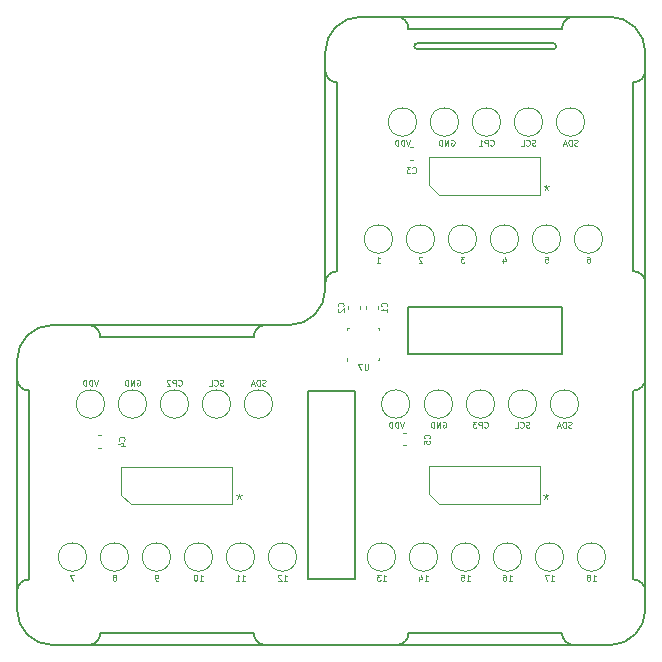
<source format=gbr>
%TF.GenerationSoftware,KiCad,Pcbnew,(5.1.10)-1*%
%TF.CreationDate,2023-09-05T19:57:07-05:00*%
%TF.ProjectId,perovskite_contact_board,7065726f-7673-46b6-9974-655f636f6e74,V3*%
%TF.SameCoordinates,Original*%
%TF.FileFunction,Legend,Bot*%
%TF.FilePolarity,Positive*%
%FSLAX46Y46*%
G04 Gerber Fmt 4.6, Leading zero omitted, Abs format (unit mm)*
G04 Created by KiCad (PCBNEW (5.1.10)-1) date 2023-09-05 19:57:07*
%MOMM*%
%LPD*%
G01*
G04 APERTURE LIST*
%ADD10C,0.100000*%
%ADD11C,0.200000*%
%ADD12C,0.120000*%
G04 APERTURE END LIST*
D10*
X142113000Y-111212380D02*
X142113000Y-111450476D01*
X142351095Y-111355238D02*
X142113000Y-111450476D01*
X141874904Y-111355238D01*
X142255857Y-111640952D02*
X142113000Y-111450476D01*
X141970142Y-111640952D01*
X168084500Y-111212380D02*
X168084500Y-111450476D01*
X168322595Y-111355238D02*
X168084500Y-111450476D01*
X167846404Y-111355238D01*
X168227357Y-111640952D02*
X168084500Y-111450476D01*
X167941642Y-111640952D01*
X168148000Y-85050380D02*
X168148000Y-85288476D01*
X168386095Y-85193238D02*
X168148000Y-85288476D01*
X167909904Y-85193238D01*
X168290857Y-85478952D02*
X168148000Y-85288476D01*
X168005142Y-85478952D01*
X133476952Y-101604000D02*
X133524571Y-101580190D01*
X133596000Y-101580190D01*
X133667428Y-101604000D01*
X133715047Y-101651619D01*
X133738857Y-101699238D01*
X133762666Y-101794476D01*
X133762666Y-101865904D01*
X133738857Y-101961142D01*
X133715047Y-102008761D01*
X133667428Y-102056380D01*
X133596000Y-102080190D01*
X133548380Y-102080190D01*
X133476952Y-102056380D01*
X133453142Y-102032571D01*
X133453142Y-101865904D01*
X133548380Y-101865904D01*
X133238857Y-102080190D02*
X133238857Y-101580190D01*
X132953142Y-102080190D01*
X132953142Y-101580190D01*
X132715047Y-102080190D02*
X132715047Y-101580190D01*
X132596000Y-101580190D01*
X132524571Y-101604000D01*
X132476952Y-101651619D01*
X132453142Y-101699238D01*
X132429333Y-101794476D01*
X132429333Y-101865904D01*
X132453142Y-101961142D01*
X132476952Y-102008761D01*
X132524571Y-102056380D01*
X132596000Y-102080190D01*
X132715047Y-102080190D01*
X130206666Y-101580190D02*
X130040000Y-102080190D01*
X129873333Y-101580190D01*
X129706666Y-102080190D02*
X129706666Y-101580190D01*
X129587619Y-101580190D01*
X129516190Y-101604000D01*
X129468571Y-101651619D01*
X129444761Y-101699238D01*
X129420952Y-101794476D01*
X129420952Y-101865904D01*
X129444761Y-101961142D01*
X129468571Y-102008761D01*
X129516190Y-102056380D01*
X129587619Y-102080190D01*
X129706666Y-102080190D01*
X129206666Y-102080190D02*
X129206666Y-101580190D01*
X129087619Y-101580190D01*
X129016190Y-101604000D01*
X128968571Y-101651619D01*
X128944761Y-101699238D01*
X128920952Y-101794476D01*
X128920952Y-101865904D01*
X128944761Y-101961142D01*
X128968571Y-102008761D01*
X129016190Y-102056380D01*
X129087619Y-102080190D01*
X129206666Y-102080190D01*
X159384952Y-105160000D02*
X159432571Y-105136190D01*
X159504000Y-105136190D01*
X159575428Y-105160000D01*
X159623047Y-105207619D01*
X159646857Y-105255238D01*
X159670666Y-105350476D01*
X159670666Y-105421904D01*
X159646857Y-105517142D01*
X159623047Y-105564761D01*
X159575428Y-105612380D01*
X159504000Y-105636190D01*
X159456380Y-105636190D01*
X159384952Y-105612380D01*
X159361142Y-105588571D01*
X159361142Y-105421904D01*
X159456380Y-105421904D01*
X159146857Y-105636190D02*
X159146857Y-105136190D01*
X158861142Y-105636190D01*
X158861142Y-105136190D01*
X158623047Y-105636190D02*
X158623047Y-105136190D01*
X158504000Y-105136190D01*
X158432571Y-105160000D01*
X158384952Y-105207619D01*
X158361142Y-105255238D01*
X158337333Y-105350476D01*
X158337333Y-105421904D01*
X158361142Y-105517142D01*
X158384952Y-105564761D01*
X158432571Y-105612380D01*
X158504000Y-105636190D01*
X158623047Y-105636190D01*
X156114666Y-105136190D02*
X155948000Y-105636190D01*
X155781333Y-105136190D01*
X155614666Y-105636190D02*
X155614666Y-105136190D01*
X155495619Y-105136190D01*
X155424190Y-105160000D01*
X155376571Y-105207619D01*
X155352761Y-105255238D01*
X155328952Y-105350476D01*
X155328952Y-105421904D01*
X155352761Y-105517142D01*
X155376571Y-105564761D01*
X155424190Y-105612380D01*
X155495619Y-105636190D01*
X155614666Y-105636190D01*
X155114666Y-105636190D02*
X155114666Y-105136190D01*
X154995619Y-105136190D01*
X154924190Y-105160000D01*
X154876571Y-105207619D01*
X154852761Y-105255238D01*
X154828952Y-105350476D01*
X154828952Y-105421904D01*
X154852761Y-105517142D01*
X154876571Y-105564761D01*
X154924190Y-105612380D01*
X154995619Y-105636190D01*
X155114666Y-105636190D01*
X140803238Y-102056380D02*
X140731809Y-102080190D01*
X140612761Y-102080190D01*
X140565142Y-102056380D01*
X140541333Y-102032571D01*
X140517523Y-101984952D01*
X140517523Y-101937333D01*
X140541333Y-101889714D01*
X140565142Y-101865904D01*
X140612761Y-101842095D01*
X140708000Y-101818285D01*
X140755619Y-101794476D01*
X140779428Y-101770666D01*
X140803238Y-101723047D01*
X140803238Y-101675428D01*
X140779428Y-101627809D01*
X140755619Y-101604000D01*
X140708000Y-101580190D01*
X140588952Y-101580190D01*
X140517523Y-101604000D01*
X140017523Y-102032571D02*
X140041333Y-102056380D01*
X140112761Y-102080190D01*
X140160380Y-102080190D01*
X140231809Y-102056380D01*
X140279428Y-102008761D01*
X140303238Y-101961142D01*
X140327047Y-101865904D01*
X140327047Y-101794476D01*
X140303238Y-101699238D01*
X140279428Y-101651619D01*
X140231809Y-101604000D01*
X140160380Y-101580190D01*
X140112761Y-101580190D01*
X140041333Y-101604000D01*
X140017523Y-101627809D01*
X139565142Y-102080190D02*
X139803238Y-102080190D01*
X139803238Y-101580190D01*
X144371142Y-102056380D02*
X144299714Y-102080190D01*
X144180666Y-102080190D01*
X144133047Y-102056380D01*
X144109238Y-102032571D01*
X144085428Y-101984952D01*
X144085428Y-101937333D01*
X144109238Y-101889714D01*
X144133047Y-101865904D01*
X144180666Y-101842095D01*
X144275904Y-101818285D01*
X144323523Y-101794476D01*
X144347333Y-101770666D01*
X144371142Y-101723047D01*
X144371142Y-101675428D01*
X144347333Y-101627809D01*
X144323523Y-101604000D01*
X144275904Y-101580190D01*
X144156857Y-101580190D01*
X144085428Y-101604000D01*
X143871142Y-102080190D02*
X143871142Y-101580190D01*
X143752095Y-101580190D01*
X143680666Y-101604000D01*
X143633047Y-101651619D01*
X143609238Y-101699238D01*
X143585428Y-101794476D01*
X143585428Y-101865904D01*
X143609238Y-101961142D01*
X143633047Y-102008761D01*
X143680666Y-102056380D01*
X143752095Y-102080190D01*
X143871142Y-102080190D01*
X143394952Y-101937333D02*
X143156857Y-101937333D01*
X143442571Y-102080190D02*
X143275904Y-101580190D01*
X143109238Y-102080190D01*
X166711238Y-105612380D02*
X166639809Y-105636190D01*
X166520761Y-105636190D01*
X166473142Y-105612380D01*
X166449333Y-105588571D01*
X166425523Y-105540952D01*
X166425523Y-105493333D01*
X166449333Y-105445714D01*
X166473142Y-105421904D01*
X166520761Y-105398095D01*
X166616000Y-105374285D01*
X166663619Y-105350476D01*
X166687428Y-105326666D01*
X166711238Y-105279047D01*
X166711238Y-105231428D01*
X166687428Y-105183809D01*
X166663619Y-105160000D01*
X166616000Y-105136190D01*
X166496952Y-105136190D01*
X166425523Y-105160000D01*
X165925523Y-105588571D02*
X165949333Y-105612380D01*
X166020761Y-105636190D01*
X166068380Y-105636190D01*
X166139809Y-105612380D01*
X166187428Y-105564761D01*
X166211238Y-105517142D01*
X166235047Y-105421904D01*
X166235047Y-105350476D01*
X166211238Y-105255238D01*
X166187428Y-105207619D01*
X166139809Y-105160000D01*
X166068380Y-105136190D01*
X166020761Y-105136190D01*
X165949333Y-105160000D01*
X165925523Y-105183809D01*
X165473142Y-105636190D02*
X165711238Y-105636190D01*
X165711238Y-105136190D01*
X170279142Y-105612380D02*
X170207714Y-105636190D01*
X170088666Y-105636190D01*
X170041047Y-105612380D01*
X170017238Y-105588571D01*
X169993428Y-105540952D01*
X169993428Y-105493333D01*
X170017238Y-105445714D01*
X170041047Y-105421904D01*
X170088666Y-105398095D01*
X170183904Y-105374285D01*
X170231523Y-105350476D01*
X170255333Y-105326666D01*
X170279142Y-105279047D01*
X170279142Y-105231428D01*
X170255333Y-105183809D01*
X170231523Y-105160000D01*
X170183904Y-105136190D01*
X170064857Y-105136190D01*
X169993428Y-105160000D01*
X169779142Y-105636190D02*
X169779142Y-105136190D01*
X169660095Y-105136190D01*
X169588666Y-105160000D01*
X169541047Y-105207619D01*
X169517238Y-105255238D01*
X169493428Y-105350476D01*
X169493428Y-105421904D01*
X169517238Y-105517142D01*
X169541047Y-105564761D01*
X169588666Y-105612380D01*
X169660095Y-105636190D01*
X169779142Y-105636190D01*
X169302952Y-105493333D02*
X169064857Y-105493333D01*
X169350571Y-105636190D02*
X169183904Y-105136190D01*
X169017238Y-105636190D01*
X128182666Y-118090190D02*
X127849333Y-118090190D01*
X128063619Y-118590190D01*
X131619619Y-118304476D02*
X131667238Y-118280666D01*
X131691047Y-118256857D01*
X131714857Y-118209238D01*
X131714857Y-118185428D01*
X131691047Y-118137809D01*
X131667238Y-118114000D01*
X131619619Y-118090190D01*
X131524380Y-118090190D01*
X131476761Y-118114000D01*
X131452952Y-118137809D01*
X131429142Y-118185428D01*
X131429142Y-118209238D01*
X131452952Y-118256857D01*
X131476761Y-118280666D01*
X131524380Y-118304476D01*
X131619619Y-118304476D01*
X131667238Y-118328285D01*
X131691047Y-118352095D01*
X131714857Y-118399714D01*
X131714857Y-118494952D01*
X131691047Y-118542571D01*
X131667238Y-118566380D01*
X131619619Y-118590190D01*
X131524380Y-118590190D01*
X131476761Y-118566380D01*
X131452952Y-118542571D01*
X131429142Y-118494952D01*
X131429142Y-118399714D01*
X131452952Y-118352095D01*
X131476761Y-118328285D01*
X131524380Y-118304476D01*
X135223238Y-118590190D02*
X135128000Y-118590190D01*
X135080380Y-118566380D01*
X135056571Y-118542571D01*
X135008952Y-118471142D01*
X134985142Y-118375904D01*
X134985142Y-118185428D01*
X135008952Y-118137809D01*
X135032761Y-118114000D01*
X135080380Y-118090190D01*
X135175619Y-118090190D01*
X135223238Y-118114000D01*
X135247047Y-118137809D01*
X135270857Y-118185428D01*
X135270857Y-118304476D01*
X135247047Y-118352095D01*
X135223238Y-118375904D01*
X135175619Y-118399714D01*
X135080380Y-118399714D01*
X135032761Y-118375904D01*
X135008952Y-118352095D01*
X134985142Y-118304476D01*
X136985333Y-102032571D02*
X137009142Y-102056380D01*
X137080571Y-102080190D01*
X137128190Y-102080190D01*
X137199619Y-102056380D01*
X137247238Y-102008761D01*
X137271047Y-101961142D01*
X137294857Y-101865904D01*
X137294857Y-101794476D01*
X137271047Y-101699238D01*
X137247238Y-101651619D01*
X137199619Y-101604000D01*
X137128190Y-101580190D01*
X137080571Y-101580190D01*
X137009142Y-101604000D01*
X136985333Y-101627809D01*
X136771047Y-102080190D02*
X136771047Y-101580190D01*
X136580571Y-101580190D01*
X136532952Y-101604000D01*
X136509142Y-101627809D01*
X136485333Y-101675428D01*
X136485333Y-101746857D01*
X136509142Y-101794476D01*
X136532952Y-101818285D01*
X136580571Y-101842095D01*
X136771047Y-101842095D01*
X136294857Y-101627809D02*
X136271047Y-101604000D01*
X136223428Y-101580190D01*
X136104380Y-101580190D01*
X136056761Y-101604000D01*
X136032952Y-101627809D01*
X136009142Y-101675428D01*
X136009142Y-101723047D01*
X136032952Y-101794476D01*
X136318666Y-102080190D01*
X136009142Y-102080190D01*
X145891238Y-118590190D02*
X146176952Y-118590190D01*
X146034095Y-118590190D02*
X146034095Y-118090190D01*
X146081714Y-118161619D01*
X146129333Y-118209238D01*
X146176952Y-118233047D01*
X145700761Y-118137809D02*
X145676952Y-118114000D01*
X145629333Y-118090190D01*
X145510285Y-118090190D01*
X145462666Y-118114000D01*
X145438857Y-118137809D01*
X145415047Y-118185428D01*
X145415047Y-118233047D01*
X145438857Y-118304476D01*
X145724571Y-118590190D01*
X145415047Y-118590190D01*
X142335238Y-118590190D02*
X142620952Y-118590190D01*
X142478095Y-118590190D02*
X142478095Y-118090190D01*
X142525714Y-118161619D01*
X142573333Y-118209238D01*
X142620952Y-118233047D01*
X141859047Y-118590190D02*
X142144761Y-118590190D01*
X142001904Y-118590190D02*
X142001904Y-118090190D01*
X142049523Y-118161619D01*
X142097142Y-118209238D01*
X142144761Y-118233047D01*
X138779238Y-118590190D02*
X139064952Y-118590190D01*
X138922095Y-118590190D02*
X138922095Y-118090190D01*
X138969714Y-118161619D01*
X139017333Y-118209238D01*
X139064952Y-118233047D01*
X138469714Y-118090190D02*
X138422095Y-118090190D01*
X138374476Y-118114000D01*
X138350666Y-118137809D01*
X138326857Y-118185428D01*
X138303047Y-118280666D01*
X138303047Y-118399714D01*
X138326857Y-118494952D01*
X138350666Y-118542571D01*
X138374476Y-118566380D01*
X138422095Y-118590190D01*
X138469714Y-118590190D01*
X138517333Y-118566380D01*
X138541142Y-118542571D01*
X138564952Y-118494952D01*
X138588761Y-118399714D01*
X138588761Y-118280666D01*
X138564952Y-118185428D01*
X138541142Y-118137809D01*
X138517333Y-118114000D01*
X138469714Y-118090190D01*
X172053238Y-118590190D02*
X172338952Y-118590190D01*
X172196095Y-118590190D02*
X172196095Y-118090190D01*
X172243714Y-118161619D01*
X172291333Y-118209238D01*
X172338952Y-118233047D01*
X171767523Y-118304476D02*
X171815142Y-118280666D01*
X171838952Y-118256857D01*
X171862761Y-118209238D01*
X171862761Y-118185428D01*
X171838952Y-118137809D01*
X171815142Y-118114000D01*
X171767523Y-118090190D01*
X171672285Y-118090190D01*
X171624666Y-118114000D01*
X171600857Y-118137809D01*
X171577047Y-118185428D01*
X171577047Y-118209238D01*
X171600857Y-118256857D01*
X171624666Y-118280666D01*
X171672285Y-118304476D01*
X171767523Y-118304476D01*
X171815142Y-118328285D01*
X171838952Y-118352095D01*
X171862761Y-118399714D01*
X171862761Y-118494952D01*
X171838952Y-118542571D01*
X171815142Y-118566380D01*
X171767523Y-118590190D01*
X171672285Y-118590190D01*
X171624666Y-118566380D01*
X171600857Y-118542571D01*
X171577047Y-118494952D01*
X171577047Y-118399714D01*
X171600857Y-118352095D01*
X171624666Y-118328285D01*
X171672285Y-118304476D01*
X168497238Y-118590190D02*
X168782952Y-118590190D01*
X168640095Y-118590190D02*
X168640095Y-118090190D01*
X168687714Y-118161619D01*
X168735333Y-118209238D01*
X168782952Y-118233047D01*
X168330571Y-118090190D02*
X167997238Y-118090190D01*
X168211523Y-118590190D01*
X164941238Y-118590190D02*
X165226952Y-118590190D01*
X165084095Y-118590190D02*
X165084095Y-118090190D01*
X165131714Y-118161619D01*
X165179333Y-118209238D01*
X165226952Y-118233047D01*
X164512666Y-118090190D02*
X164607904Y-118090190D01*
X164655523Y-118114000D01*
X164679333Y-118137809D01*
X164726952Y-118209238D01*
X164750761Y-118304476D01*
X164750761Y-118494952D01*
X164726952Y-118542571D01*
X164703142Y-118566380D01*
X164655523Y-118590190D01*
X164560285Y-118590190D01*
X164512666Y-118566380D01*
X164488857Y-118542571D01*
X164465047Y-118494952D01*
X164465047Y-118375904D01*
X164488857Y-118328285D01*
X164512666Y-118304476D01*
X164560285Y-118280666D01*
X164655523Y-118280666D01*
X164703142Y-118304476D01*
X164726952Y-118328285D01*
X164750761Y-118375904D01*
X162893333Y-105588571D02*
X162917142Y-105612380D01*
X162988571Y-105636190D01*
X163036190Y-105636190D01*
X163107619Y-105612380D01*
X163155238Y-105564761D01*
X163179047Y-105517142D01*
X163202857Y-105421904D01*
X163202857Y-105350476D01*
X163179047Y-105255238D01*
X163155238Y-105207619D01*
X163107619Y-105160000D01*
X163036190Y-105136190D01*
X162988571Y-105136190D01*
X162917142Y-105160000D01*
X162893333Y-105183809D01*
X162679047Y-105636190D02*
X162679047Y-105136190D01*
X162488571Y-105136190D01*
X162440952Y-105160000D01*
X162417142Y-105183809D01*
X162393333Y-105231428D01*
X162393333Y-105302857D01*
X162417142Y-105350476D01*
X162440952Y-105374285D01*
X162488571Y-105398095D01*
X162679047Y-105398095D01*
X162226666Y-105136190D02*
X161917142Y-105136190D01*
X162083809Y-105326666D01*
X162012380Y-105326666D01*
X161964761Y-105350476D01*
X161940952Y-105374285D01*
X161917142Y-105421904D01*
X161917142Y-105540952D01*
X161940952Y-105588571D01*
X161964761Y-105612380D01*
X162012380Y-105636190D01*
X162155238Y-105636190D01*
X162202857Y-105612380D01*
X162226666Y-105588571D01*
X156622666Y-81260190D02*
X156456000Y-81760190D01*
X156289333Y-81260190D01*
X156122666Y-81760190D02*
X156122666Y-81260190D01*
X156003619Y-81260190D01*
X155932190Y-81284000D01*
X155884571Y-81331619D01*
X155860761Y-81379238D01*
X155836952Y-81474476D01*
X155836952Y-81545904D01*
X155860761Y-81641142D01*
X155884571Y-81688761D01*
X155932190Y-81736380D01*
X156003619Y-81760190D01*
X156122666Y-81760190D01*
X155622666Y-81760190D02*
X155622666Y-81260190D01*
X155503619Y-81260190D01*
X155432190Y-81284000D01*
X155384571Y-81331619D01*
X155360761Y-81379238D01*
X155336952Y-81474476D01*
X155336952Y-81545904D01*
X155360761Y-81641142D01*
X155384571Y-81688761D01*
X155432190Y-81736380D01*
X155503619Y-81760190D01*
X155622666Y-81760190D01*
X170787142Y-81736380D02*
X170715714Y-81760190D01*
X170596666Y-81760190D01*
X170549047Y-81736380D01*
X170525238Y-81712571D01*
X170501428Y-81664952D01*
X170501428Y-81617333D01*
X170525238Y-81569714D01*
X170549047Y-81545904D01*
X170596666Y-81522095D01*
X170691904Y-81498285D01*
X170739523Y-81474476D01*
X170763333Y-81450666D01*
X170787142Y-81403047D01*
X170787142Y-81355428D01*
X170763333Y-81307809D01*
X170739523Y-81284000D01*
X170691904Y-81260190D01*
X170572857Y-81260190D01*
X170501428Y-81284000D01*
X170287142Y-81760190D02*
X170287142Y-81260190D01*
X170168095Y-81260190D01*
X170096666Y-81284000D01*
X170049047Y-81331619D01*
X170025238Y-81379238D01*
X170001428Y-81474476D01*
X170001428Y-81545904D01*
X170025238Y-81641142D01*
X170049047Y-81688761D01*
X170096666Y-81736380D01*
X170168095Y-81760190D01*
X170287142Y-81760190D01*
X169810952Y-81617333D02*
X169572857Y-81617333D01*
X169858571Y-81760190D02*
X169691904Y-81260190D01*
X169525238Y-81760190D01*
X167219238Y-81736380D02*
X167147809Y-81760190D01*
X167028761Y-81760190D01*
X166981142Y-81736380D01*
X166957333Y-81712571D01*
X166933523Y-81664952D01*
X166933523Y-81617333D01*
X166957333Y-81569714D01*
X166981142Y-81545904D01*
X167028761Y-81522095D01*
X167124000Y-81498285D01*
X167171619Y-81474476D01*
X167195428Y-81450666D01*
X167219238Y-81403047D01*
X167219238Y-81355428D01*
X167195428Y-81307809D01*
X167171619Y-81284000D01*
X167124000Y-81260190D01*
X167004952Y-81260190D01*
X166933523Y-81284000D01*
X166433523Y-81712571D02*
X166457333Y-81736380D01*
X166528761Y-81760190D01*
X166576380Y-81760190D01*
X166647809Y-81736380D01*
X166695428Y-81688761D01*
X166719238Y-81641142D01*
X166743047Y-81545904D01*
X166743047Y-81474476D01*
X166719238Y-81379238D01*
X166695428Y-81331619D01*
X166647809Y-81284000D01*
X166576380Y-81260190D01*
X166528761Y-81260190D01*
X166457333Y-81284000D01*
X166433523Y-81307809D01*
X165981142Y-81760190D02*
X166219238Y-81760190D01*
X166219238Y-81260190D01*
X154273238Y-118590190D02*
X154558952Y-118590190D01*
X154416095Y-118590190D02*
X154416095Y-118090190D01*
X154463714Y-118161619D01*
X154511333Y-118209238D01*
X154558952Y-118233047D01*
X154106571Y-118090190D02*
X153797047Y-118090190D01*
X153963714Y-118280666D01*
X153892285Y-118280666D01*
X153844666Y-118304476D01*
X153820857Y-118328285D01*
X153797047Y-118375904D01*
X153797047Y-118494952D01*
X153820857Y-118542571D01*
X153844666Y-118566380D01*
X153892285Y-118590190D01*
X154035142Y-118590190D01*
X154082761Y-118566380D01*
X154106571Y-118542571D01*
X157829238Y-118590190D02*
X158114952Y-118590190D01*
X157972095Y-118590190D02*
X157972095Y-118090190D01*
X158019714Y-118161619D01*
X158067333Y-118209238D01*
X158114952Y-118233047D01*
X157400666Y-118256857D02*
X157400666Y-118590190D01*
X157519714Y-118066380D02*
X157638761Y-118423523D01*
X157329238Y-118423523D01*
X161385238Y-118590190D02*
X161670952Y-118590190D01*
X161528095Y-118590190D02*
X161528095Y-118090190D01*
X161575714Y-118161619D01*
X161623333Y-118209238D01*
X161670952Y-118233047D01*
X160932857Y-118090190D02*
X161170952Y-118090190D01*
X161194761Y-118328285D01*
X161170952Y-118304476D01*
X161123333Y-118280666D01*
X161004285Y-118280666D01*
X160956666Y-118304476D01*
X160932857Y-118328285D01*
X160909047Y-118375904D01*
X160909047Y-118494952D01*
X160932857Y-118542571D01*
X160956666Y-118566380D01*
X161004285Y-118590190D01*
X161123333Y-118590190D01*
X161170952Y-118566380D01*
X161194761Y-118542571D01*
X163401333Y-81712571D02*
X163425142Y-81736380D01*
X163496571Y-81760190D01*
X163544190Y-81760190D01*
X163615619Y-81736380D01*
X163663238Y-81688761D01*
X163687047Y-81641142D01*
X163710857Y-81545904D01*
X163710857Y-81474476D01*
X163687047Y-81379238D01*
X163663238Y-81331619D01*
X163615619Y-81284000D01*
X163544190Y-81260190D01*
X163496571Y-81260190D01*
X163425142Y-81284000D01*
X163401333Y-81307809D01*
X163187047Y-81760190D02*
X163187047Y-81260190D01*
X162996571Y-81260190D01*
X162948952Y-81284000D01*
X162925142Y-81307809D01*
X162901333Y-81355428D01*
X162901333Y-81426857D01*
X162925142Y-81474476D01*
X162948952Y-81498285D01*
X162996571Y-81522095D01*
X163187047Y-81522095D01*
X162425142Y-81760190D02*
X162710857Y-81760190D01*
X162568000Y-81760190D02*
X162568000Y-81260190D01*
X162615619Y-81331619D01*
X162663238Y-81379238D01*
X162710857Y-81403047D01*
X171608761Y-91166190D02*
X171704000Y-91166190D01*
X171751619Y-91190000D01*
X171775428Y-91213809D01*
X171823047Y-91285238D01*
X171846857Y-91380476D01*
X171846857Y-91570952D01*
X171823047Y-91618571D01*
X171799238Y-91642380D01*
X171751619Y-91666190D01*
X171656380Y-91666190D01*
X171608761Y-91642380D01*
X171584952Y-91618571D01*
X171561142Y-91570952D01*
X171561142Y-91451904D01*
X171584952Y-91404285D01*
X171608761Y-91380476D01*
X171656380Y-91356666D01*
X171751619Y-91356666D01*
X171799238Y-91380476D01*
X171823047Y-91404285D01*
X171846857Y-91451904D01*
X168028952Y-91166190D02*
X168267047Y-91166190D01*
X168290857Y-91404285D01*
X168267047Y-91380476D01*
X168219428Y-91356666D01*
X168100380Y-91356666D01*
X168052761Y-91380476D01*
X168028952Y-91404285D01*
X168005142Y-91451904D01*
X168005142Y-91570952D01*
X168028952Y-91618571D01*
X168052761Y-91642380D01*
X168100380Y-91666190D01*
X168219428Y-91666190D01*
X168267047Y-91642380D01*
X168290857Y-91618571D01*
X164496761Y-91332857D02*
X164496761Y-91666190D01*
X164615809Y-91142380D02*
X164734857Y-91499523D01*
X164425333Y-91499523D01*
X161202666Y-91166190D02*
X160893142Y-91166190D01*
X161059809Y-91356666D01*
X160988380Y-91356666D01*
X160940761Y-91380476D01*
X160916952Y-91404285D01*
X160893142Y-91451904D01*
X160893142Y-91570952D01*
X160916952Y-91618571D01*
X160940761Y-91642380D01*
X160988380Y-91666190D01*
X161131238Y-91666190D01*
X161178857Y-91642380D01*
X161202666Y-91618571D01*
X157622857Y-91213809D02*
X157599047Y-91190000D01*
X157551428Y-91166190D01*
X157432380Y-91166190D01*
X157384761Y-91190000D01*
X157360952Y-91213809D01*
X157337142Y-91261428D01*
X157337142Y-91309047D01*
X157360952Y-91380476D01*
X157646666Y-91666190D01*
X157337142Y-91666190D01*
X153781142Y-91666190D02*
X154066857Y-91666190D01*
X153924000Y-91666190D02*
X153924000Y-91166190D01*
X153971619Y-91237619D01*
X154019238Y-91285238D01*
X154066857Y-91309047D01*
X160083452Y-81284000D02*
X160131071Y-81260190D01*
X160202500Y-81260190D01*
X160273928Y-81284000D01*
X160321547Y-81331619D01*
X160345357Y-81379238D01*
X160369166Y-81474476D01*
X160369166Y-81545904D01*
X160345357Y-81641142D01*
X160321547Y-81688761D01*
X160273928Y-81736380D01*
X160202500Y-81760190D01*
X160154880Y-81760190D01*
X160083452Y-81736380D01*
X160059642Y-81712571D01*
X160059642Y-81545904D01*
X160154880Y-81545904D01*
X159845357Y-81760190D02*
X159845357Y-81260190D01*
X159559642Y-81760190D01*
X159559642Y-81260190D01*
X159321547Y-81760190D02*
X159321547Y-81260190D01*
X159202500Y-81260190D01*
X159131071Y-81284000D01*
X159083452Y-81331619D01*
X159059642Y-81379238D01*
X159035833Y-81474476D01*
X159035833Y-81545904D01*
X159059642Y-81641142D01*
X159083452Y-81688761D01*
X159131071Y-81736380D01*
X159202500Y-81760190D01*
X159321547Y-81760190D01*
D11*
X124319501Y-102488499D02*
G75*
G02*
X123319501Y-101488499I0J1000000D01*
G01*
X123319501Y-119488499D02*
G75*
G02*
X124319501Y-118488499I1000000J0D01*
G01*
X130369501Y-123038499D02*
G75*
G02*
X129369501Y-124038499I-1000000J0D01*
G01*
X143369501Y-97938499D02*
G75*
G02*
X144369501Y-96938499I1000000J0D01*
G01*
X129369501Y-96938499D02*
G75*
G02*
X130369501Y-97938499I0J-1000000D01*
G01*
X143369501Y-97938499D02*
X130369501Y-97938499D01*
X130369501Y-123038499D02*
X143369501Y-123038499D01*
X124319501Y-102488499D02*
X124319501Y-118488499D01*
X150419500Y-76388500D02*
X150419500Y-92388500D01*
X147919500Y-118488499D02*
X147919500Y-102488499D01*
X170469500Y-124038499D02*
G75*
G02*
X169469500Y-123038499I0J1000000D01*
G01*
X156469500Y-123038499D02*
G75*
G02*
X155469500Y-124038499I-1000000J0D01*
G01*
X126319501Y-124038499D02*
G75*
G02*
X123319501Y-121038499I0J3000000D01*
G01*
X152419500Y-70838500D02*
X173519500Y-70838500D01*
X123319501Y-121038499D02*
X123319501Y-99938499D01*
X151919500Y-102488499D02*
X151919500Y-118488499D01*
X149419500Y-73838500D02*
G75*
G02*
X152419500Y-70838500I3000000J0D01*
G01*
X151919500Y-118488499D02*
X147919500Y-118488499D01*
X176519500Y-121038499D02*
G75*
G02*
X173519500Y-124038499I-3000000J0D01*
G01*
X150419500Y-76388500D02*
G75*
G02*
X149419500Y-75388500I0J1000000D01*
G01*
X126319501Y-96938499D02*
X146419500Y-96938499D01*
X155469500Y-70838500D02*
G75*
G02*
X156469500Y-71838500I0J-1000000D01*
G01*
X176519500Y-75388500D02*
X176519500Y-73838500D01*
X149419500Y-93938499D02*
G75*
G02*
X146419500Y-96938499I-3000000J0D01*
G01*
X175519500Y-92388500D02*
G75*
G02*
X176519500Y-93388500I0J-1000000D01*
G01*
X123319501Y-99938499D02*
G75*
G02*
X126319501Y-96938499I3000000J0D01*
G01*
X175519500Y-118488499D02*
X175519500Y-102488499D01*
X176519500Y-101488499D02*
G75*
G02*
X175519500Y-102488499I-1000000J0D01*
G01*
X175519500Y-118488499D02*
G75*
G02*
X176519500Y-119488499I0J-1000000D01*
G01*
X156469500Y-99438499D02*
X156469500Y-95438499D01*
X173519500Y-124038499D02*
X126319501Y-124038499D01*
X156469500Y-95438499D02*
X169469500Y-95438499D01*
X173519500Y-70838500D02*
G75*
G02*
X176519500Y-73838500I0J-3000000D01*
G01*
X157219500Y-73088500D02*
X168719500Y-73088500D01*
X147919500Y-102488499D02*
X151919500Y-102488499D01*
X169469500Y-95438499D02*
X169469500Y-99438499D01*
X169469500Y-99438499D02*
X156469500Y-99438499D01*
X176519500Y-73838500D02*
X176519500Y-121038499D01*
X149419500Y-93938499D02*
X149419500Y-73838500D01*
X169469500Y-71838500D02*
X156469500Y-71838500D01*
X176519500Y-75388500D02*
G75*
G02*
X175519500Y-76388500I-1000000J0D01*
G01*
X144369501Y-124038499D02*
G75*
G02*
X143369501Y-123038499I0J1000000D01*
G01*
X169469500Y-71838500D02*
G75*
G02*
X170469500Y-70838500I1000000J0D01*
G01*
X156469500Y-123038499D02*
X169469500Y-123038499D01*
X175519500Y-92388500D02*
X175519500Y-76388500D01*
X149419500Y-93388500D02*
G75*
G02*
X150419500Y-92388500I1000000J0D01*
G01*
X168719500Y-73088500D02*
G75*
G02*
X168719500Y-73588500I0J-250000D01*
G01*
X157219500Y-73588500D02*
G75*
G02*
X157219500Y-73088500I0J250000D01*
G01*
X157219500Y-73588500D02*
X168719500Y-73588500D01*
D10*
%TO.C,U7*%
X151304000Y-97192000D02*
X151454000Y-97192000D01*
X151304000Y-97202000D02*
X151304000Y-97352000D01*
X154004000Y-97202000D02*
X154004000Y-97352000D01*
X154004000Y-97202000D02*
X153854000Y-97202000D01*
X153854000Y-99902000D02*
X154004000Y-99902000D01*
X154004000Y-99902000D02*
X154004000Y-99752000D01*
X151304000Y-99752000D02*
X151304000Y-100002000D01*
D12*
%TO.C,C5*%
X156005920Y-107126500D02*
X156287080Y-107126500D01*
X156005920Y-106106500D02*
X156287080Y-106106500D01*
%TO.C,C4*%
X130161420Y-107317000D02*
X130442580Y-107317000D01*
X130161420Y-106297000D02*
X130442580Y-106297000D01*
%TO.C,C3*%
X156577420Y-82933000D02*
X156858580Y-82933000D01*
X156577420Y-81913000D02*
X156858580Y-81913000D01*
%TO.C,C2*%
X152338500Y-95581080D02*
X152338500Y-95299920D01*
X151318500Y-95581080D02*
X151318500Y-95299920D01*
%TO.C,C1*%
X153862500Y-95581080D02*
X153862500Y-95299920D01*
X152842500Y-95581080D02*
X152842500Y-95299920D01*
%TO.C,JP103.8*%
X144964000Y-103632000D02*
G75*
G03*
X144964000Y-103632000I-1200000J0D01*
G01*
%TO.C,JP103.11*%
X167316000Y-103632000D02*
G75*
G03*
X167316000Y-103632000I-1200000J0D01*
G01*
%TO.C,JP103.7*%
X141408000Y-103632000D02*
G75*
G03*
X141408000Y-103632000I-1200000J0D01*
G01*
%TO.C,JP103.10*%
X156584500Y-103632000D02*
G75*
G03*
X156584500Y-103632000I-1200000J0D01*
G01*
%TO.C,JP103.6*%
X130740000Y-103632000D02*
G75*
G03*
X130740000Y-103632000I-1200000J0D01*
G01*
%TO.C,JP103.12*%
X170872000Y-103632000D02*
G75*
G03*
X170872000Y-103632000I-1200000J0D01*
G01*
%TO.C,JP103.5*%
X134296000Y-103632000D02*
G75*
G03*
X134296000Y-103632000I-1200000J0D01*
G01*
%TO.C,JP103.9*%
X160204000Y-103632000D02*
G75*
G03*
X160204000Y-103632000I-1200000J0D01*
G01*
%TO.C,JP103.4*%
X171380000Y-79756000D02*
G75*
G03*
X171380000Y-79756000I-1200000J0D01*
G01*
%TO.C,JP103.3*%
X167824000Y-79756000D02*
G75*
G03*
X167824000Y-79756000I-1200000J0D01*
G01*
%TO.C,JP103.2*%
X157156000Y-79756000D02*
G75*
G03*
X157156000Y-79756000I-1200000J0D01*
G01*
%TO.C,JP103.1*%
X160712000Y-79756000D02*
G75*
G03*
X160712000Y-79756000I-1200000J0D01*
G01*
%TO.C,JP102.7*%
X163760000Y-103632000D02*
G75*
G03*
X163760000Y-103632000I-1200000J0D01*
G01*
%TO.C,JP102.6*%
X173158000Y-116586000D02*
G75*
G03*
X173158000Y-116586000I-1200000J0D01*
G01*
%TO.C,JP102.5*%
X169602000Y-116586000D02*
G75*
G03*
X169602000Y-116586000I-1200000J0D01*
G01*
%TO.C,JP102.4*%
X166046000Y-116586000D02*
G75*
G03*
X166046000Y-116586000I-1200000J0D01*
G01*
%TO.C,JP102.3*%
X162490000Y-116586000D02*
G75*
G03*
X162490000Y-116586000I-1200000J0D01*
G01*
%TO.C,JP102.2*%
X158934000Y-116586000D02*
G75*
G03*
X158934000Y-116586000I-1200000J0D01*
G01*
%TO.C,JP102.1*%
X155378000Y-116586000D02*
G75*
G03*
X155378000Y-116586000I-1200000J0D01*
G01*
%TO.C,JP101.7*%
X137852000Y-103632000D02*
G75*
G03*
X137852000Y-103632000I-1200000J0D01*
G01*
%TO.C,JP101.1*%
X129216000Y-116586000D02*
G75*
G03*
X129216000Y-116586000I-1200000J0D01*
G01*
%TO.C,JP101.2*%
X132772000Y-116586000D02*
G75*
G03*
X132772000Y-116586000I-1200000J0D01*
G01*
%TO.C,JP101.3*%
X136328000Y-116586000D02*
G75*
G03*
X136328000Y-116586000I-1200000J0D01*
G01*
%TO.C,JP101.4*%
X139884000Y-116586000D02*
G75*
G03*
X139884000Y-116586000I-1200000J0D01*
G01*
%TO.C,JP101.5*%
X143440000Y-116586000D02*
G75*
G03*
X143440000Y-116586000I-1200000J0D01*
G01*
%TO.C,JP101.6*%
X146996000Y-116586000D02*
G75*
G03*
X146996000Y-116586000I-1200000J0D01*
G01*
%TO.C,JP100.7*%
X164268000Y-79756000D02*
G75*
G03*
X164268000Y-79756000I-1200000J0D01*
G01*
%TO.C,JP100.6*%
X172904000Y-89662000D02*
G75*
G03*
X172904000Y-89662000I-1200000J0D01*
G01*
%TO.C,JP100.5*%
X169348000Y-89662000D02*
G75*
G03*
X169348000Y-89662000I-1200000J0D01*
G01*
%TO.C,JP100.4*%
X165792000Y-89662000D02*
G75*
G03*
X165792000Y-89662000I-1200000J0D01*
G01*
%TO.C,JP100.3*%
X162236000Y-89662000D02*
G75*
G03*
X162236000Y-89662000I-1200000J0D01*
G01*
%TO.C,JP100.2*%
X158680000Y-89662000D02*
G75*
G03*
X158680000Y-89662000I-1200000J0D01*
G01*
%TO.C,JP100.1*%
X155124000Y-89662000D02*
G75*
G03*
X155124000Y-89662000I-1200000J0D01*
G01*
%TO.C,U6*%
X158241000Y-108905000D02*
X158241000Y-111275000D01*
X167641000Y-108905000D02*
X158241000Y-108905000D01*
X167641000Y-112075000D02*
X167641000Y-108905000D01*
X159041000Y-112075000D02*
X167641000Y-112075000D01*
X158241000Y-111275000D02*
X159041000Y-112075000D01*
%TO.C,U5*%
X132142500Y-108968500D02*
X132142500Y-111338500D01*
X141542500Y-108968500D02*
X132142500Y-108968500D01*
X141542500Y-112138500D02*
X141542500Y-108968500D01*
X132942500Y-112138500D02*
X141542500Y-112138500D01*
X132142500Y-111338500D02*
X132942500Y-112138500D01*
%TO.C,U4*%
X158241000Y-82743000D02*
X158241000Y-85113000D01*
X167641000Y-82743000D02*
X158241000Y-82743000D01*
X167641000Y-85913000D02*
X167641000Y-82743000D01*
X159041000Y-85913000D02*
X167641000Y-85913000D01*
X158241000Y-85113000D02*
X159041000Y-85913000D01*
%TO.C,U7*%
D10*
X153034952Y-100246690D02*
X153034952Y-100651452D01*
X153011142Y-100699071D01*
X152987333Y-100722880D01*
X152939714Y-100746690D01*
X152844476Y-100746690D01*
X152796857Y-100722880D01*
X152773047Y-100699071D01*
X152749238Y-100651452D01*
X152749238Y-100246690D01*
X152558761Y-100246690D02*
X152225428Y-100246690D01*
X152439714Y-100746690D01*
%TO.C,C5*%
X158230071Y-106533166D02*
X158253880Y-106509357D01*
X158277690Y-106437928D01*
X158277690Y-106390309D01*
X158253880Y-106318880D01*
X158206261Y-106271261D01*
X158158642Y-106247452D01*
X158063404Y-106223642D01*
X157991976Y-106223642D01*
X157896738Y-106247452D01*
X157849119Y-106271261D01*
X157801500Y-106318880D01*
X157777690Y-106390309D01*
X157777690Y-106437928D01*
X157801500Y-106509357D01*
X157825309Y-106533166D01*
X157777690Y-106985547D02*
X157777690Y-106747452D01*
X158015785Y-106723642D01*
X157991976Y-106747452D01*
X157968166Y-106795071D01*
X157968166Y-106914119D01*
X157991976Y-106961738D01*
X158015785Y-106985547D01*
X158063404Y-107009357D01*
X158182452Y-107009357D01*
X158230071Y-106985547D01*
X158253880Y-106961738D01*
X158277690Y-106914119D01*
X158277690Y-106795071D01*
X158253880Y-106747452D01*
X158230071Y-106723642D01*
%TO.C,C4*%
X132385571Y-106723666D02*
X132409380Y-106699857D01*
X132433190Y-106628428D01*
X132433190Y-106580809D01*
X132409380Y-106509380D01*
X132361761Y-106461761D01*
X132314142Y-106437952D01*
X132218904Y-106414142D01*
X132147476Y-106414142D01*
X132052238Y-106437952D01*
X132004619Y-106461761D01*
X131957000Y-106509380D01*
X131933190Y-106580809D01*
X131933190Y-106628428D01*
X131957000Y-106699857D01*
X131980809Y-106723666D01*
X132099857Y-107152238D02*
X132433190Y-107152238D01*
X131909380Y-107033190D02*
X132266523Y-106914142D01*
X132266523Y-107223666D01*
%TO.C,C3*%
X156801333Y-84031571D02*
X156825142Y-84055380D01*
X156896571Y-84079190D01*
X156944190Y-84079190D01*
X157015619Y-84055380D01*
X157063238Y-84007761D01*
X157087047Y-83960142D01*
X157110857Y-83864904D01*
X157110857Y-83793476D01*
X157087047Y-83698238D01*
X157063238Y-83650619D01*
X157015619Y-83603000D01*
X156944190Y-83579190D01*
X156896571Y-83579190D01*
X156825142Y-83603000D01*
X156801333Y-83626809D01*
X156634666Y-83579190D02*
X156325142Y-83579190D01*
X156491809Y-83769666D01*
X156420380Y-83769666D01*
X156372761Y-83793476D01*
X156348952Y-83817285D01*
X156325142Y-83864904D01*
X156325142Y-83983952D01*
X156348952Y-84031571D01*
X156372761Y-84055380D01*
X156420380Y-84079190D01*
X156563238Y-84079190D01*
X156610857Y-84055380D01*
X156634666Y-84031571D01*
%TO.C,C2*%
X150927571Y-95357166D02*
X150951380Y-95333357D01*
X150975190Y-95261928D01*
X150975190Y-95214309D01*
X150951380Y-95142880D01*
X150903761Y-95095261D01*
X150856142Y-95071452D01*
X150760904Y-95047642D01*
X150689476Y-95047642D01*
X150594238Y-95071452D01*
X150546619Y-95095261D01*
X150499000Y-95142880D01*
X150475190Y-95214309D01*
X150475190Y-95261928D01*
X150499000Y-95333357D01*
X150522809Y-95357166D01*
X150522809Y-95547642D02*
X150499000Y-95571452D01*
X150475190Y-95619071D01*
X150475190Y-95738119D01*
X150499000Y-95785738D01*
X150522809Y-95809547D01*
X150570428Y-95833357D01*
X150618047Y-95833357D01*
X150689476Y-95809547D01*
X150975190Y-95523833D01*
X150975190Y-95833357D01*
%TO.C,C1*%
X154610571Y-95357166D02*
X154634380Y-95333357D01*
X154658190Y-95261928D01*
X154658190Y-95214309D01*
X154634380Y-95142880D01*
X154586761Y-95095261D01*
X154539142Y-95071452D01*
X154443904Y-95047642D01*
X154372476Y-95047642D01*
X154277238Y-95071452D01*
X154229619Y-95095261D01*
X154182000Y-95142880D01*
X154158190Y-95214309D01*
X154158190Y-95261928D01*
X154182000Y-95333357D01*
X154205809Y-95357166D01*
X154658190Y-95833357D02*
X154658190Y-95547642D01*
X154658190Y-95690500D02*
X154158190Y-95690500D01*
X154229619Y-95642880D01*
X154277238Y-95595261D01*
X154301047Y-95547642D01*
%TD*%
M02*

</source>
